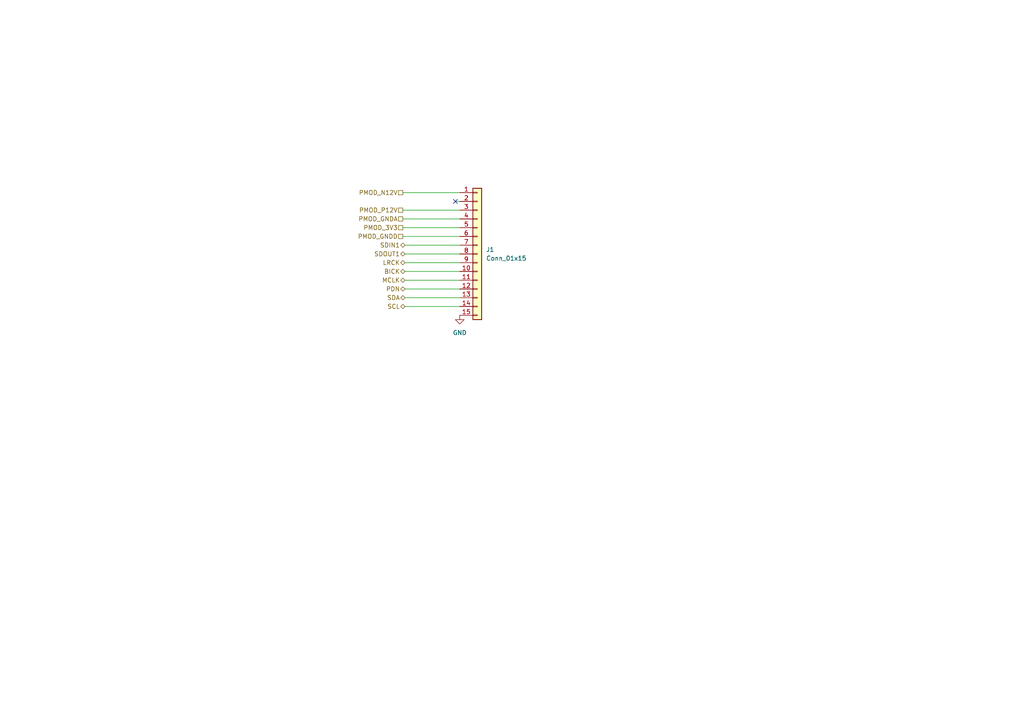
<source format=kicad_sch>
(kicad_sch (version 20231120) (generator "eeschema") (generator_version "8.0")
  (paper "A4")
  (lib_symbols
    (symbol "Connector_Generic:Conn_01x15" (pin_names (offset 1.016) hide)
      (property "Reference" "J" (at 0 20.32 0))
      (property "Value" "Conn_01x15" (at 0 -20.32 0))
      (symbol "Conn_01x15_1_1"
        (rectangle (start -1.27 -17.653) (end 0 -17.907) (stroke (width 0.1524)))
        (rectangle (start -1.27 -15.113) (end 0 -15.367) (stroke (width 0.1524)))
        (rectangle (start -1.27 -12.573) (end 0 -12.827) (stroke (width 0.1524)))
        (rectangle (start -1.27 -10.033) (end 0 -10.287) (stroke (width 0.1524)))
        (rectangle (start -1.27 -7.493) (end 0 -7.747) (stroke (width 0.1524)))
        (rectangle (start -1.27 -4.953) (end 0 -5.207) (stroke (width 0.1524)))
        (rectangle (start -1.27 -2.413) (end 0 -2.667) (stroke (width 0.1524)))
        (rectangle (start -1.27 0.127) (end 0 -0.127) (stroke (width 0.1524)))
        (rectangle (start -1.27 2.667) (end 0 2.413) (stroke (width 0.1524)))
        (rectangle (start -1.27 5.207) (end 0 4.953) (stroke (width 0.1524)))
        (rectangle (start -1.27 7.747) (end 0 7.493) (stroke (width 0.1524)))
        (rectangle (start -1.27 10.287) (end 0 10.033) (stroke (width 0.1524)))
        (rectangle (start -1.27 12.827) (end 0 12.573) (stroke (width 0.1524)))
        (rectangle (start -1.27 15.367) (end 0 15.113) (stroke (width 0.1524)))
        (rectangle (start -1.27 17.907) (end 0 17.653) (stroke (width 0.1524)))
        (rectangle (start -1.27 19.05) (end 1.27 -19.05) (stroke (width 0.254)) (fill (type background)))
        (pin passive line (at -5.08 17.78 0) (length 3.81) (name "Pin_1") (number "1"))
        (pin passive line (at -5.08 -5.08 0) (length 3.81) (name "Pin_10") (number "10"))
        (pin passive line (at -5.08 -7.62 0) (length 3.81) (name "Pin_11") (number "11"))
        (pin passive line (at -5.08 -10.16 0) (length 3.81) (name "Pin_12") (number "12"))
        (pin passive line (at -5.08 -12.7 0) (length 3.81) (name "Pin_13") (number "13"))
        (pin passive line (at -5.08 -15.24 0) (length 3.81) (name "Pin_14") (number "14"))
        (pin passive line (at -5.08 -17.78 0) (length 3.81) (name "Pin_15") (number "15"))
        (pin passive line (at -5.08 15.24 0) (length 3.81) (name "Pin_2") (number "2"))
        (pin passive line (at -5.08 12.7 0) (length 3.81) (name "Pin_3") (number "3"))
        (pin passive line (at -5.08 10.16 0) (length 3.81) (name "Pin_4") (number "4"))
        (pin passive line (at -5.08 7.62 0) (length 3.81) (name "Pin_5") (number "5"))
        (pin passive line (at -5.08 5.08 0) (length 3.81) (name "Pin_6") (number "6"))
        (pin passive line (at -5.08 2.54 0) (length 3.81) (name "Pin_7") (number "7"))
        (pin passive line (at -5.08 0 0) (length 3.81) (name "Pin_8") (number "8"))
        (pin passive line (at -5.08 -2.54 0) (length 3.81) (name "Pin_9") (number "9"))
      )
    )
    (symbol "power:GND" (power) (pin_numbers hide) (pin_names (offset 0) hide)
      (property "Value" "GND" (at 0 -3.81 0))
      (symbol "GND_0_1"
        (polyline (pts (xy 0 0) (xy 0 -1.27) (xy 1.27 -1.27) (xy 0 -2.54) (xy -1.27 -1.27) (xy 0 -1.27)))
      )
      (symbol "GND_1_1"
        (pin power_in line (at 0 0 270) (length 0) (name "~") (number "1"))
      )
    )
  )
  (no_connect (at 132.08 58.42))
  (wire (pts (xy 133.35 81.28) (xy 117.475 81.28)))
  (wire (pts (xy 116.84 55.88) (xy 133.35 55.88)))
  (wire (pts (xy 133.35 71.12) (xy 117.475 71.12)))
  (wire (pts (xy 133.35 88.9) (xy 117.475 88.9)))
  (wire (pts (xy 133.35 78.74) (xy 117.475 78.74)))
  (wire (pts (xy 133.35 86.36) (xy 117.475 86.36)))
  (wire (pts (xy 133.35 83.82) (xy 117.475 83.82)))
  (wire (pts (xy 116.84 68.58) (xy 133.35 68.58)))
  (wire (pts (xy 116.84 63.5) (xy 133.35 63.5)))
  (wire (pts (xy 116.84 66.04) (xy 133.35 66.04)))
  (wire (pts (xy 116.84 60.96) (xy 133.35 60.96)))
  (wire (pts (xy 132.08 58.42) (xy 133.35 58.42)))
  (wire (pts (xy 133.35 76.2) (xy 117.475 76.2)))
  (wire (pts (xy 133.35 73.66) (xy 117.475 73.66)))
  (hierarchical_label "PMOD_GNDA" (shape passive) (at 116.84 63.5 180))
  (hierarchical_label "SDIN1" (shape bidirectional) (at 117.475 71.12 180))
  (hierarchical_label "PMOD_GNDD" (shape passive) (at 116.84 68.58 180))
  (hierarchical_label "PMOD_N12V" (shape passive) (at 116.84 55.88 180))
  (hierarchical_label "BICK" (shape bidirectional) (at 117.475 78.74 180))
  (hierarchical_label "SDOUT1" (shape bidirectional) (at 117.475 73.66 180))
  (hierarchical_label "SDA" (shape bidirectional) (at 117.475 86.36 180))
  (hierarchical_label "LRCK" (shape bidirectional) (at 117.475 76.2 180))
  (hierarchical_label "PMOD_3V3" (shape passive) (at 116.84 66.04 180))
  (hierarchical_label "PDN" (shape bidirectional) (at 117.475 83.82 180))
  (hierarchical_label "SCL" (shape bidirectional) (at 117.475 88.9 180))
  (hierarchical_label "MCLK" (shape bidirectional) (at 117.475 81.28 180))
  (hierarchical_label "PMOD_P12V" (shape passive) (at 116.84 60.96 180))
  (symbol (lib_id "power:GND") (at 133.35 91.44 0) (unit 1)
    (property "Reference" "#PWR067" (effects (hide yes)))
    (property "Value" "GND" (at 133.35 96.52 0))
    (property "Description" "Power symbol creates a global label with name \"GND\" , ground" (effects (hide yes)))
  )
  (symbol (lib_id "Connector_Generic:Conn_01x15") (at 138.43 73.66 0) (unit 1)
    (property "Reference" "J1" (at 140.97 72.3899 0) (effects (justify left)))
    (property "Value" "Conn_01x15" (at 140.97 74.9299 0) (effects (justify left)))
    (property "Footprint" "ffc-ctxj:FFC_0.5-14P_CTXJ-H2.0_1" (effects (hide yes)))
    (property "Description" "Generic connector, single row, 01x15, script generated (kicad-library-utils/schlib/autogen/connector/)" (effects (hide yes)))
    (property "lcsc#" "C5378715" (effects (hide yes)))
  )
)
</source>
